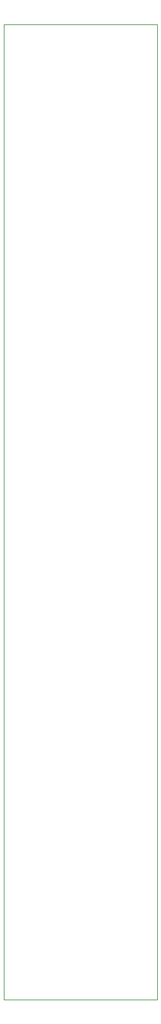
<source format=gbr>
G04 #@! TF.GenerationSoftware,KiCad,Pcbnew,5.1.10-1.fc33*
G04 #@! TF.CreationDate,2021-06-23T22:13:54-04:00*
G04 #@! TF.ProjectId,4xmixerFace,34786d69-7865-4724-9661-63652e6b6963,rev?*
G04 #@! TF.SameCoordinates,Original*
G04 #@! TF.FileFunction,Profile,NP*
%FSLAX46Y46*%
G04 Gerber Fmt 4.6, Leading zero omitted, Abs format (unit mm)*
G04 Created by KiCad (PCBNEW 5.1.10-1.fc33) date 2021-06-23 22:13:54*
%MOMM*%
%LPD*%
G01*
G04 APERTURE LIST*
G04 #@! TA.AperFunction,Profile*
%ADD10C,0.050000*%
G04 #@! TD*
G04 APERTURE END LIST*
D10*
X78740000Y-27180000D02*
X78740000Y-27190000D01*
X99060000Y-27180000D02*
X78740000Y-27180000D01*
X78740000Y-30480000D02*
X78740000Y-27190000D01*
X99060000Y-38100000D02*
X99060000Y-27180000D01*
X99060000Y-155727400D02*
X78740000Y-155727400D01*
X99060000Y-154940000D02*
X99060000Y-155727400D01*
X78740000Y-154940000D02*
X78740000Y-155727400D01*
X99060000Y-152400000D02*
X99060000Y-154940000D01*
X78740000Y-152400000D02*
X78740000Y-154940000D01*
X78740000Y-38100000D02*
X78740000Y-30480000D01*
X99060000Y-152400000D02*
X99060000Y-144780000D01*
X78740000Y-144780000D02*
X78740000Y-152400000D01*
X78740000Y-38100000D02*
X78740000Y-144780000D01*
X99060000Y-144780000D02*
X99060000Y-38100000D01*
M02*

</source>
